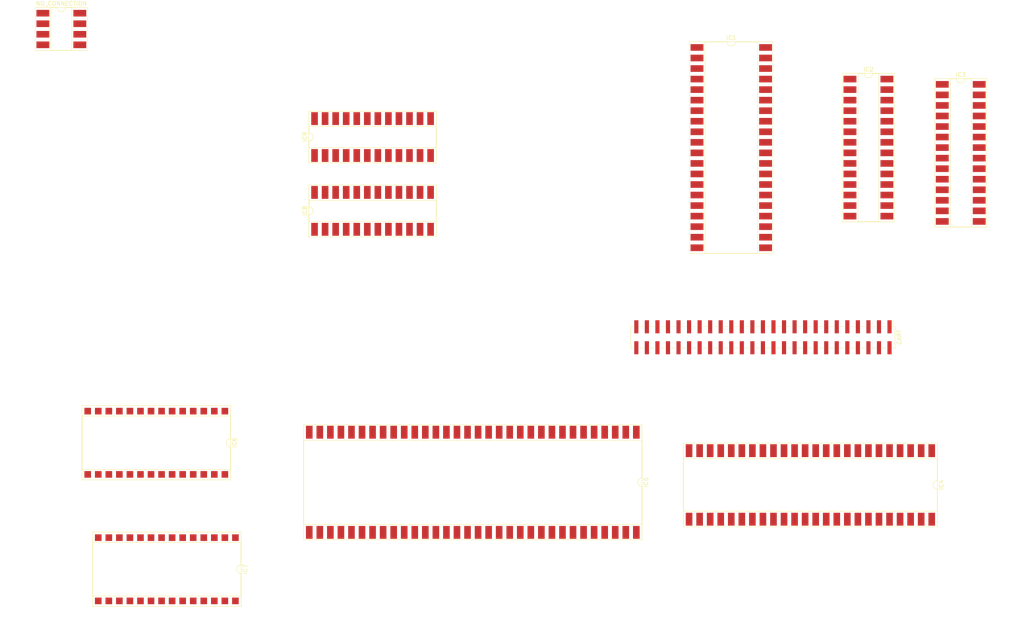
<source format=kicad_pcb>
(kicad_pcb (version 20221018) (generator pcbnew)
  (layers (0 "F.Cu" signal) (31 "B.Cu" signal) (34 "B.Paste" user) (35 "F.Paste" user) (36 "B.SilkS" user "B.Silkscreen") (37 "F.SilkS" user "F.Silkscreen") (38 "B.Mask" user) (39 "F.Mask" user) (44 "Edge.Cuts" user))
  (net 0 "")
  (net 1 "Net-10m7")
  (net 2 "Net-1dw")
  (net 3 "Net-1le")
  (net 4 "Net-1ltl")
  (net 5 "Net-1ri")
  (net 6 "Net-1th")
  (net 7 "Net-1tr")
  (net 8 "Net-1up")
  (net 9 "Net-2dw")
  (net 10 "Net-2le")
  (net 11 "Net-2ri")
  (net 12 "Net-2th")
  (net 13 "Net-2tl")
  (net 14 "Net-2tr")
  (net 15 "Net-2up")
  (net 16 "Net-53m")
  (net 17 "Net-_pal")
  (net 18 "Net-a0")
  (net 19 "Net-a1")
  (net 20 "Net-a10")
  (net 21 "Net-a11")
  (net 22 "Net-a12")
  (net 23 "Net-a13")
  (net 24 "Net-a14")
  (net 25 "Net-a15")
  (net 26 "Net-a2")
  (net 27 "Net-a3")
  (net 28 "Net-a4")
  (net 29 "Net-a5")
  (net 30 "Net-a6")
  (net 31 "Net-a7")
  (net 32 "Net-a8")
  (net 33 "Net-a9")
  (net 34 "Net-ad0")
  (net 35 "Net-ad1")
  (net 36 "Net-ad10")
  (net 37 "Net-ad11")
  (net 38 "Net-ad12")
  (net 39 "Net-ad13")
  (net 40 "Net-ad14")
  (net 41 "Net-ad15")
  (net 42 "Net-ad2")
  (net 43 "Net-ad3")
  (net 44 "Net-ad4")
  (net 45 "Net-ad5")
  (net 46 "Net-ad6")
  (net 47 "Net-ad7")
  (net 48 "Net-ad8")
  (net 49 "Net-ad9")
  (net 50 "Net-audio")
  (net 51 "Net-audioi")
  (net 52 "Net-audioo")
  (net 53 "Net-b")
  (net 54 "Net-bin")
  (net 55 "Net-bout")
  (net 56 "Net-busak")
  (net 57 "Net-busrg")
  (net 58 "Net-busrq")
  (net 59 "Net-cbt")
  (net 60 "Net-ce0")
  (net 61 "Net-ce1")
  (net 62 "Net-ce2")
  (net 63 "Net-ce3")
  (net 64 "Net-ce4")
  (net 65 "Net-ce_vram")
  (net 66 "Net-cin")
  (net 67 "Net-clk")
  (net 68 "Net-clock")
  (net 69 "Net-cont")
  (net 70 "Net-cont1")
  (net 71 "Net-cout")
  (net 72 "Net-csram")
  (net 73 "Net-d0")
  (net 74 "Net-d1")
  (net 75 "Net-d2")
  (net 76 "Net-d3")
  (net 77 "Net-d4")
  (net 78 "Net-d5")
  (net 79 "Net-d6")
  (net 80 "Net-d7")
  (net 81 "Net-exm1")
  (net 82 "Net-exm2")
  (net 83 "Net-g")
  (net 84 "Net-gin")
  (net 85 "Net-gnd")
  (net 86 "Net-gout")
  (net 87 "Net-halt")
  (net 88 "Net-hi_out")
  (net 89 "Net-hl")
  (net 90 "Net-int")
  (net 91 "Net-ioreq")
  (net 92 "Net-iorg")
  (net 93 "Net-iref")
  (net 94 "Net-kbsel")
  (net 95 "Net-killga")
  (net 96 "Net-m1")
  (net 97 "Net-mreq")
  (net 98 "Net-nmi")
  (net 99 "Net-nmi_in")
  (net 100 "Net-oe_vram")
  (net 101 "Net-pal")
  (net 102 "Net-palalt")
  (net 103 "Net-pause")
  (net 104 "Net-r")
  (net 105 "Net-rd")
  (net 106 "Net-refsh")
  (net 107 "Net-reset")
  (net 108 "Net-reset_in")
  (net 109 "Net-rfsh")
  (net 110 "Net-rin")
  (net 111 "Net-rout")
  (net 112 "Net-sc")
  (net 113 "Net-sync")
  (net 114 "Net-synci")
  (net 115 "Net-synco")
  (net 116 "Net-ti")
  (net 117 "Net-to")
  (net 118 "Net-vcc")
  (net 119 "Net-video")
  (net 120 "Net-vref")
  (net 121 "Net-wait")
  (net 122 "Net-we")
  (net 123 "Net-we0")
  (net 124 "Net-we1")
  (net 125 "Net-wr")
  (net 126 "Net-xin")
  (net 127 "Net-xout")
  (net 128 "Net-xtal2")
  (net 129 "Net-yin")
  (net 130 "Net-yout")
  (net 131 "Net-ys")
  (footprint "Package_DIP:DIP-8_W8.89mm_SMDSocket_LongPads" (layer "F.Cu") (at 26.67 27.305)
    (fp_text reference "NO_CONNECTION" (at 0 -6.14) (layer "F.SilkS"))
    (fp_text value "DIP-8_W8.89mm_SMDSocket_LongPads")
    (pad "1" smd rect (at -4.445 -3.81) (size 3.1 1.6) (layers "F.Cu" "F.Paste" "F.Mask"))
    (pad "2" smd rect (at -4.445 -1.27) (size 3.1 1.6) (layers "F.Cu" "F.Paste" "F.Mask"))
    (pad "3" smd rect (at -4.445 1.27) (size 3.1 1.6) (layers "F.Cu" "F.Paste" "F.Mask"))
    (pad "4" smd rect (at -4.445 3.81) (size 3.1 1.6) (layers "F.Cu" "F.Paste" "F.Mask"))
    (pad "5" smd rect (at 4.445 3.81) (size 3.1 1.6) (layers "F.Cu" "F.Paste" "F.Mask"))
    (pad "6" smd rect (at 4.445 1.27) (size 3.1 1.6) (layers "F.Cu" "F.Paste" "F.Mask"))
    (pad "7" smd rect (at 4.445 -1.27) (size 3.1 1.6) (layers "F.Cu" "F.Paste" "F.Mask"))
    (pad "8" smd rect (at 4.445 -3.81) (size 3.1 1.6) (layers "F.Cu" "F.Paste" "F.Mask"))
  )
  (footprint "Package_DIP:DIP-28_W8.89mm_SMDSocket_LongPads" (layer "F.Cu") (at 220.98 55.88)
    (fp_text reference "IC2" (at 0 -18.84) (layer "F.SilkS"))
    (fp_text value "DIP-28_W8.89mm_SMDSocket_LongPads")
    (pad "1" smd rect (net 125 "Net-wr") (at -4.445 -16.51) (size 3.1 1.6) (layers "F.Cu" "F.Paste" "F.Mask"))
    (pad "2" smd rect (net 22 "Net-a12") (at -4.445 -13.97) (size 3.1 1.6) (layers "F.Cu" "F.Paste" "F.Mask"))
    (pad "3" smd rect (net 31 "Net-a7") (at -4.445 -11.43) (size 3.1 1.6) (layers "F.Cu" "F.Paste" "F.Mask"))
    (pad "4" smd rect (net 30 "Net-a6") (at -4.445 -8.89) (size 3.1 1.6) (layers "F.Cu" "F.Paste" "F.Mask"))
    (pad "5" smd rect (net 29 "Net-a5") (at -4.445 -6.35) (size 3.1 1.6) (layers "F.Cu" "F.Paste" "F.Mask"))
    (pad "6" smd rect (net 28 "Net-a4") (at -4.445 -3.81) (size 3.1 1.6) (layers "F.Cu" "F.Paste" "F.Mask"))
    (pad "7" smd rect (net 27 "Net-a3") (at -4.445 -1.27) (size 3.1 1.6) (layers "F.Cu" "F.Paste" "F.Mask"))
    (pad "8" smd rect (net 26 "Net-a2") (at -4.445 1.27) (size 3.1 1.6) (layers "F.Cu" "F.Paste" "F.Mask"))
    (pad "9" smd rect (net 19 "Net-a1") (at -4.445 3.81) (size 3.1 1.6) (layers "F.Cu" "F.Paste" "F.Mask"))
    (pad "10" smd rect (net 18 "Net-a0") (at -4.445 6.35) (size 3.1 1.6) (layers "F.Cu" "F.Paste" "F.Mask"))
    (pad "11" smd rect (net 73 "Net-d0") (at -4.445 8.89) (size 3.1 1.6) (layers "F.Cu" "F.Paste" "F.Mask"))
    (pad "12" smd rect (net 74 "Net-d1") (at -4.445 11.43) (size 3.1 1.6) (layers "F.Cu" "F.Paste" "F.Mask"))
    (pad "13" smd rect (net 75 "Net-d2") (at -4.445 13.97) (size 3.1 1.6) (layers "F.Cu" "F.Paste" "F.Mask"))
    (pad "14" smd rect (net 85 "Net-gnd") (at -4.445 16.51) (size 3.1 1.6) (layers "F.Cu" "F.Paste" "F.Mask"))
    (pad "15" smd rect (net 76 "Net-d3") (at 4.445 16.51) (size 3.1 1.6) (layers "F.Cu" "F.Paste" "F.Mask"))
    (pad "16" smd rect (net 77 "Net-d4") (at 4.445 13.97) (size 3.1 1.6) (layers "F.Cu" "F.Paste" "F.Mask"))
    (pad "17" smd rect (net 78 "Net-d5") (at 4.445 11.43) (size 3.1 1.6) (layers "F.Cu" "F.Paste" "F.Mask"))
    (pad "18" smd rect (net 79 "Net-d6") (at 4.445 8.89) (size 3.1 1.6) (layers "F.Cu" "F.Paste" "F.Mask"))
    (pad "19" smd rect (net 80 "Net-d7") (at 4.445 6.35) (size 3.1 1.6) (layers "F.Cu" "F.Paste" "F.Mask"))
    (pad "20" smd rect (net 97 "Net-mreq") (at 4.445 3.81) (size 3.1 1.6) (layers "F.Cu" "F.Paste" "F.Mask"))
    (pad "21" smd rect (net 20 "Net-a10") (at 4.445 1.27) (size 3.1 1.6) (layers "F.Cu" "F.Paste" "F.Mask"))
    (pad "22" smd rect (net 82 "Net-exm2") (at 4.445 -1.27) (size 3.1 1.6) (layers "F.Cu" "F.Paste" "F.Mask"))
    (pad "23" smd rect (net 21 "Net-a11") (at 4.445 -3.81) (size 3.1 1.6) (layers "F.Cu" "F.Paste" "F.Mask"))
    (pad "24" smd rect (net 33 "Net-a9") (at 4.445 -6.35) (size 3.1 1.6) (layers "F.Cu" "F.Paste" "F.Mask"))
    (pad "25" smd rect (net 32 "Net-a8") (at 4.445 -8.89) (size 3.1 1.6) (layers "F.Cu" "F.Paste" "F.Mask"))
    (pad "26" smd rect (net 23 "Net-a13") (at 4.445 -11.43) (size 3.1 1.6) (layers "F.Cu" "F.Paste" "F.Mask"))
    (pad "27" smd rect (net 24 "Net-a14") (at 4.445 -13.97) (size 3.1 1.6) (layers "F.Cu" "F.Paste" "F.Mask"))
    (pad "28" smd rect (net 118 "Net-vcc") (at 4.445 -16.51) (size 3.1 1.6) (layers "F.Cu" "F.Paste" "F.Mask"))
  )
  (footprint "Package_DIP:DIP-28_W8.89mm_SMDSocket_LongPads" (layer "F.Cu") (at 243.205 57.15)
    (fp_text reference "IC3" (at 0 -18.84) (layer "F.SilkS"))
    (fp_text value "DIP-28_W8.89mm_SMDSocket_LongPads")
    (pad "1" smd rect (net 109 "Net-rfsh") (at -4.445 -16.51) (size 3.1 1.6) (layers "F.Cu" "F.Paste" "F.Mask"))
    (pad "2" smd rect (net 22 "Net-a12") (at -4.445 -13.97) (size 3.1 1.6) (layers "F.Cu" "F.Paste" "F.Mask"))
    (pad "3" smd rect (net 31 "Net-a7") (at -4.445 -11.43) (size 3.1 1.6) (layers "F.Cu" "F.Paste" "F.Mask"))
    (pad "4" smd rect (net 30 "Net-a6") (at -4.445 -8.89) (size 3.1 1.6) (layers "F.Cu" "F.Paste" "F.Mask"))
    (pad "5" smd rect (net 29 "Net-a5") (at -4.445 -6.35) (size 3.1 1.6) (layers "F.Cu" "F.Paste" "F.Mask"))
    (pad "6" smd rect (net 28 "Net-a4") (at -4.445 -3.81) (size 3.1 1.6) (layers "F.Cu" "F.Paste" "F.Mask"))
    (pad "7" smd rect (net 27 "Net-a3") (at -4.445 -1.27) (size 3.1 1.6) (layers "F.Cu" "F.Paste" "F.Mask"))
    (pad "8" smd rect (net 26 "Net-a2") (at -4.445 1.27) (size 3.1 1.6) (layers "F.Cu" "F.Paste" "F.Mask"))
    (pad "9" smd rect (net 19 "Net-a1") (at -4.445 3.81) (size 3.1 1.6) (layers "F.Cu" "F.Paste" "F.Mask"))
    (pad "10" smd rect (net 18 "Net-a0") (at -4.445 6.35) (size 3.1 1.6) (layers "F.Cu" "F.Paste" "F.Mask"))
    (pad "11" smd rect (net 73 "Net-d0") (at -4.445 8.89) (size 3.1 1.6) (layers "F.Cu" "F.Paste" "F.Mask"))
    (pad "12" smd rect (net 74 "Net-d1") (at -4.445 11.43) (size 3.1 1.6) (layers "F.Cu" "F.Paste" "F.Mask"))
    (pad "13" smd rect (net 75 "Net-d2") (at -4.445 13.97) (size 3.1 1.6) (layers "F.Cu" "F.Paste" "F.Mask"))
    (pad "14" smd rect (net 85 "Net-gnd") (at -4.445 16.51) (size 3.1 1.6) (layers "F.Cu" "F.Paste" "F.Mask"))
    (pad "15" smd rect (net 76 "Net-d3") (at 4.445 16.51) (size 3.1 1.6) (layers "F.Cu" "F.Paste" "F.Mask"))
    (pad "16" smd rect (net 77 "Net-d4") (at 4.445 13.97) (size 3.1 1.6) (layers "F.Cu" "F.Paste" "F.Mask"))
    (pad "17" smd rect (net 78 "Net-d5") (at 4.445 11.43) (size 3.1 1.6) (layers "F.Cu" "F.Paste" "F.Mask"))
    (pad "18" smd rect (net 79 "Net-d6") (at 4.445 8.89) (size 3.1 1.6) (layers "F.Cu" "F.Paste" "F.Mask"))
    (pad "19" smd rect (net 80 "Net-d7") (at 4.445 6.35) (size 3.1 1.6) (layers "F.Cu" "F.Paste" "F.Mask"))
    (pad "20" smd rect (net 61 "Net-ce1") (at 4.445 3.81) (size 3.1 1.6) (layers "F.Cu" "F.Paste" "F.Mask"))
    (pad "21" smd rect (net 20 "Net-a10") (at 4.445 1.27) (size 3.1 1.6) (layers "F.Cu" "F.Paste" "F.Mask"))
    (pad "22" smd rect (net 125 "Net-wr") (at 4.445 -1.27) (size 3.1 1.6) (layers "F.Cu" "F.Paste" "F.Mask"))
    (pad "23" smd rect (net 21 "Net-a11") (at 4.445 -3.81) (size 3.1 1.6) (layers "F.Cu" "F.Paste" "F.Mask"))
    (pad "24" smd rect (net 33 "Net-a9") (at 4.445 -6.35) (size 3.1 1.6) (layers "F.Cu" "F.Paste" "F.Mask"))
    (pad "25" smd rect (net 32 "Net-a8") (at 4.445 -8.89) (size 3.1 1.6) (layers "F.Cu" "F.Paste" "F.Mask"))
    (pad "26" smd rect (net 118 "Net-vcc") (at 4.445 -11.43) (size 3.1 1.6) (layers "F.Cu" "F.Paste" "F.Mask"))
    (pad "27" smd rect (net 122 "Net-we") (at 4.445 -13.97) (size 3.1 1.6) (layers "F.Cu" "F.Paste" "F.Mask"))
    (pad "28" smd rect (net 118 "Net-vcc") (at 4.445 -16.51) (size 3.1 1.6) (layers "F.Cu" "F.Paste" "F.Mask"))
  )
  (footprint "Package_DIP:DIP-24_W8.89mm_SMDSocket_LongPads" (layer "F.Cu") (at 101.6 71.12 90)
    (fp_text reference "IC8" (at 0 -16.3 90) (layer "F.SilkS"))
    (fp_text value "DIP-24_W8.89mm_SMDSocket_LongPads")
    (pad "1" smd rect (at -4.445 -13.97 90) (size 3.1 1.6) (layers "F.Cu" "F.Paste" "F.Mask"))
    (pad "2" smd rect (net 110 "Net-rin") (at -4.445 -11.43 90) (size 3.1 1.6) (layers "F.Cu" "F.Paste" "F.Mask"))
    (pad "3" smd rect (net 84 "Net-gin") (at -4.445 -8.89 90) (size 3.1 1.6) (layers "F.Cu" "F.Paste" "F.Mask"))
    (pad "4" smd rect (net 54 "Net-bin") (at -4.445 -6.35 90) (size 3.1 1.6) (layers "F.Cu" "F.Paste" "F.Mask"))
    (pad "5" smd rect (net 127 "Net-xout") (at -4.445 -3.81 90) (size 3.1 1.6) (layers "F.Cu" "F.Paste" "F.Mask"))
    (pad "6" smd rect (net 126 "Net-xin") (at -4.445 -1.27 90) (size 3.1 1.6) (layers "F.Cu" "F.Paste" "F.Mask"))
    (pad "7" smd rect (net 17 "Net-_pal") (at -4.445 1.27 90) (size 3.1 1.6) (layers "F.Cu" "F.Paste" "F.Mask"))
    (pad "8" smd rect (net 51 "Net-audioi") (at -4.445 3.81 90) (size 3.1 1.6) (layers "F.Cu" "F.Paste" "F.Mask"))
    (pad "9" smd rect (net 52 "Net-audioo") (at -4.445 6.35 90) (size 3.1 1.6) (layers "F.Cu" "F.Paste" "F.Mask"))
    (pad "10" smd rect (net 114 "Net-synci") (at -4.445 8.89 90) (size 3.1 1.6) (layers "F.Cu" "F.Paste" "F.Mask"))
    (pad "11" smd rect (net 115 "Net-synco") (at -4.445 11.43 90) (size 3.1 1.6) (layers "F.Cu" "F.Paste" "F.Mask"))
    (pad "12" smd rect (at -4.445 13.97 90) (size 3.1 1.6) (layers "F.Cu" "F.Paste" "F.Mask"))
    (pad "13" smd rect (net 93 "Net-iref") (at 4.445 13.97 90) (size 3.1 1.6) (layers "F.Cu" "F.Paste" "F.Mask"))
    (pad "14" smd rect (net 120 "Net-vref") (at 4.445 11.43 90) (size 3.1 1.6) (layers "F.Cu" "F.Paste" "F.Mask"))
    (pad "15" smd rect (net 71 "Net-cout") (at 4.445 8.89 90) (size 3.1 1.6) (layers "F.Cu" "F.Paste" "F.Mask"))
    (pad "16" smd rect (net 130 "Net-yout") (at 4.445 6.35 90) (size 3.1 1.6) (layers "F.Cu" "F.Paste" "F.Mask"))
    (pad "17" smd rect (net 66 "Net-cin") (at 4.445 3.81 90) (size 3.1 1.6) (layers "F.Cu" "F.Paste" "F.Mask"))
    (pad "18" smd rect (net 129 "Net-yin") (at 4.445 1.27 90) (size 3.1 1.6) (layers "F.Cu" "F.Paste" "F.Mask"))
    (pad "19" smd rect (at 4.445 -1.27 90) (size 3.1 1.6) (layers "F.Cu" "F.Paste" "F.Mask"))
    (pad "20" smd rect (net 119 "Net-video") (at 4.445 -3.81 90) (size 3.1 1.6) (layers "F.Cu" "F.Paste" "F.Mask"))
    (pad "21" smd rect (net 55 "Net-bout") (at 4.445 -6.35 90) (size 3.1 1.6) (layers "F.Cu" "F.Paste" "F.Mask"))
    (pad "22" smd rect (net 86 "Net-gout") (at 4.445 -8.89 90) (size 3.1 1.6) (layers "F.Cu" "F.Paste" "F.Mask"))
    (pad "23" smd rect (net 111 "Net-rout") (at 4.445 -11.43 90) (size 3.1 1.6) (layers "F.Cu" "F.Paste" "F.Mask"))
    (pad "24" smd rect (at 4.445 -13.97 90) (size 3.1 1.6) (layers "F.Cu" "F.Paste" "F.Mask"))
  )
  (footprint "Package_DIP:DIP-24_W8.89mm_SMDSocket_LongPads" (layer "F.Cu") (at 101.6 53.34 90)
    (fp_text reference "IC9" (at 0 -16.3 90) (layer "F.SilkS"))
    (fp_text value "DIP-24_W8.89mm_SMDSocket_LongPads")
    (pad "1" smd rect (at -4.445 -13.97 90) (size 3.1 1.6) (layers "F.Cu" "F.Paste" "F.Mask"))
    (pad "2" smd rect (at -4.445 -11.43 90) (size 3.1 1.6) (layers "F.Cu" "F.Paste" "F.Mask"))
    (pad "3" smd rect (at -4.445 -8.89 90) (size 3.1 1.6) (layers "F.Cu" "F.Paste" "F.Mask"))
    (pad "4" smd rect (at -4.445 -6.35 90) (size 3.1 1.6) (layers "F.Cu" "F.Paste" "F.Mask"))
    (pad "5" smd rect (at -4.445 -3.81 90) (size 3.1 1.6) (layers "F.Cu" "F.Paste" "F.Mask"))
    (pad "6" smd rect (at -4.445 -1.27 90) (size 3.1 1.6) (layers "F.Cu" "F.Paste" "F.Mask"))
    (pad "7" smd rect (at -4.445 1.27 90) (size 3.1 1.6) (layers "F.Cu" "F.Paste" "F.Mask"))
    (pad "8" smd rect (at -4.445 3.81 90) (size 3.1 1.6) (layers "F.Cu" "F.Paste" "F.Mask"))
    (pad "9" smd rect (at -4.445 6.35 90) (size 3.1 1.6) (layers "F.Cu" "F.Paste" "F.Mask"))
    (pad "10" smd rect (at -4.445 8.89 90) (size 3.1 1.6) (layers "F.Cu" "F.Paste" "F.Mask"))
    (pad "11" smd rect (at -4.445 11.43 90) (size 3.1 1.6) (layers "F.Cu" "F.Paste" "F.Mask"))
    (pad "12" smd rect (at -4.445 13.97 90) (size 3.1 1.6) (layers "F.Cu" "F.Paste" "F.Mask"))
    (pad "13" smd rect (at 4.445 13.97 90) (size 3.1 1.6) (layers "F.Cu" "F.Paste" "F.Mask"))
    (pad "14" smd rect (at 4.445 11.43 90) (size 3.1 1.6) (layers "F.Cu" "F.Paste" "F.Mask"))
    (pad "15" smd rect (at 4.445 8.89 90) (size 3.1 1.6) (layers "F.Cu" "F.Paste" "F.Mask"))
    (pad "16" smd rect (at 4.445 6.35 90) (size 3.1 1.6) (layers "F.Cu" "F.Paste" "F.Mask"))
    (pad "17" smd rect (at 4.445 3.81 90) (size 3.1 1.6) (layers "F.Cu" "F.Paste" "F.Mask"))
    (pad "18" smd rect (at 4.445 1.27 90) (size 3.1 1.6) (layers "F.Cu" "F.Paste" "F.Mask"))
    (pad "19" smd rect (at 4.445 -1.27 90) (size 3.1 1.6) (layers "F.Cu" "F.Paste" "F.Mask"))
    (pad "20" smd rect (at 4.445 -3.81 90) (size 3.1 1.6) (layers "F.Cu" "F.Paste" "F.Mask"))
    (pad "21" smd rect (at 4.445 -6.35 90) (size 3.1 1.6) (layers "F.Cu" "F.Paste" "F.Mask"))
    (pad "22" smd rect (at 4.445 -8.89 90) (size 3.1 1.6) (layers "F.Cu" "F.Paste" "F.Mask"))
    (pad "23" smd rect (at 4.445 -11.43 90) (size 3.1 1.6) (layers "F.Cu" "F.Paste" "F.Mask"))
    (pad "24" smd rect (at 4.445 -13.97 90) (size 3.1 1.6) (layers "F.Cu" "F.Paste" "F.Mask"))
  )
  (footprint "Package_DIP:DIP-28_W15.24mm_SMDSocket_SmallPads" (layer "F.Cu") (at 52.07 157.48 -90)
    (fp_text reference "IC7" (at 0 -18.84 90) (layer "F.SilkS"))
    (fp_text value "DIP-28_W15.24mm_SMDSocket_SmallPads")
    (pad "1" smd rect (net 118 "Net-vcc") (at -7.62 -16.51 270) (size 1.6 1.6) (layers "F.Cu" "F.Paste" "F.Mask"))
    (pad "2" smd rect (net 38 "Net-ad12") (at -7.62 -13.97 270) (size 1.6 1.6) (layers "F.Cu" "F.Paste" "F.Mask"))
    (pad "3" smd rect (net 47 "Net-ad7") (at -7.62 -11.43 270) (size 1.6 1.6) (layers "F.Cu" "F.Paste" "F.Mask"))
    (pad "4" smd rect (net 46 "Net-ad6") (at -7.62 -8.89 270) (size 1.6 1.6) (layers "F.Cu" "F.Paste" "F.Mask"))
    (pad "5" smd rect (net 45 "Net-ad5") (at -7.62 -6.35 270) (size 1.6 1.6) (layers "F.Cu" "F.Paste" "F.Mask"))
    (pad "6" smd rect (net 44 "Net-ad4") (at -7.62 -3.81 270) (size 1.6 1.6) (layers "F.Cu" "F.Paste" "F.Mask"))
    (pad "7" smd rect (net 43 "Net-ad3") (at -7.62 -1.27 270) (size 1.6 1.6) (layers "F.Cu" "F.Paste" "F.Mask"))
    (pad "8" smd rect (net 42 "Net-ad2") (at -7.62 1.27 270) (size 1.6 1.6) (layers "F.Cu" "F.Paste" "F.Mask"))
    (pad "9" smd rect (net 35 "Net-ad1") (at -7.62 3.81 270) (size 1.6 1.6) (layers "F.Cu" "F.Paste" "F.Mask"))
    (pad "10" smd rect (net 34 "Net-ad0") (at -7.62 6.35 270) (size 1.6 1.6) (layers "F.Cu" "F.Paste" "F.Mask"))
    (pad "11" smd rect (net 48 "Net-ad8") (at -7.62 8.89 270) (size 1.6 1.6) (layers "F.Cu" "F.Paste" "F.Mask"))
    (pad "12" smd rect (net 49 "Net-ad9") (at -7.62 11.43 270) (size 1.6 1.6) (layers "F.Cu" "F.Paste" "F.Mask"))
    (pad "13" smd rect (net 36 "Net-ad10") (at -7.62 13.97 270) (size 1.6 1.6) (layers "F.Cu" "F.Paste" "F.Mask"))
    (pad "14" smd rect (net 85 "Net-gnd") (at -7.62 16.51 270) (size 1.6 1.6) (layers "F.Cu" "F.Paste" "F.Mask"))
    (pad "15" smd rect (net 37 "Net-ad11") (at 7.62 16.51 270) (size 1.6 1.6) (layers "F.Cu" "F.Paste" "F.Mask"))
    (pad "16" smd rect (net 38 "Net-ad12") (at 7.62 13.97 270) (size 1.6 1.6) (layers "F.Cu" "F.Paste" "F.Mask"))
    (pad "17" smd rect (net 39 "Net-ad13") (at 7.62 11.43 270) (size 1.6 1.6) (layers "F.Cu" "F.Paste" "F.Mask"))
    (pad "18" smd rect (net 40 "Net-ad14") (at 7.62 8.89 270) (size 1.6 1.6) (layers "F.Cu" "F.Paste" "F.Mask"))
    (pad "19" smd rect (net 41 "Net-ad15") (at 7.62 6.35 270) (size 1.6 1.6) (layers "F.Cu" "F.Paste" "F.Mask"))
    (pad "20" smd rect (net 65 "Net-ce_vram") (at 7.62 3.81 270) (size 1.6 1.6) (layers "F.Cu" "F.Paste" "F.Mask"))
    (pad "21" smd rect (net 36 "Net-ad10") (at 7.62 1.27 270) (size 1.6 1.6) (layers "F.Cu" "F.Paste" "F.Mask"))
    (pad "22" smd rect (net 100 "Net-oe_vram") (at 7.62 -1.27 270) (size 1.6 1.6) (layers "F.Cu" "F.Paste" "F.Mask"))
    (pad "23" smd rect (net 37 "Net-ad11") (at 7.62 -3.81 270) (size 1.6 1.6) (layers "F.Cu" "F.Paste" "F.Mask"))
    (pad "24" smd rect (net 49 "Net-ad9") (at 7.62 -6.35 270) (size 1.6 1.6) (layers "F.Cu" "F.Paste" "F.Mask"))
    (pad "25" smd rect (net 48 "Net-ad8") (at 7.62 -8.89 270) (size 1.6 1.6) (layers "F.Cu" "F.Paste" "F.Mask"))
    (pad "26" smd rect (net 118 "Net-vcc") (at 7.62 -11.43 270) (size 1.6 1.6) (layers "F.Cu" "F.Paste" "F.Mask"))
    (pad "27" smd rect (net 124 "Net-we1") (at 7.62 -13.97 270) (size 1.6 1.6) (layers "F.Cu" "F.Paste" "F.Mask"))
    (pad "28" smd rect (net 118 "Net-vcc") (at 7.62 -16.51 270) (size 1.6 1.6) (layers "F.Cu" "F.Paste" "F.Mask"))
  )
  (footprint "Package_DIP:DIP-40_W16.51mm_SMDSocket_LongPads" (layer "F.Cu") (at 187.96 55.88)
    (fp_text reference "IC1" (at 0 -26.46) (layer "F.SilkS"))
    (fp_text value "DIP-40_W16.51mm_SMDSocket_LongPads")
    (pad "1" smd rect (net 21 "Net-a11") (at -8.255 -24.13) (size 3.1 1.6) (layers "F.Cu" "F.Paste" "F.Mask"))
    (pad "2" smd rect (net 22 "Net-a12") (at -8.255 -21.59) (size 3.1 1.6) (layers "F.Cu" "F.Paste" "F.Mask"))
    (pad "3" smd rect (net 23 "Net-a13") (at -8.255 -19.05) (size 3.1 1.6) (layers "F.Cu" "F.Paste" "F.Mask"))
    (pad "4" smd rect (net 24 "Net-a14") (at -8.255 -16.51) (size 3.1 1.6) (layers "F.Cu" "F.Paste" "F.Mask"))
    (pad "5" smd rect (net 25 "Net-a15") (at -8.255 -13.97) (size 3.1 1.6) (layers "F.Cu" "F.Paste" "F.Mask"))
    (pad "6" smd rect (net 67 "Net-clk") (at -8.255 -11.43) (size 3.1 1.6) (layers "F.Cu" "F.Paste" "F.Mask"))
    (pad "7" smd rect (net 77 "Net-d4") (at -8.255 -8.89) (size 3.1 1.6) (layers "F.Cu" "F.Paste" "F.Mask"))
    (pad "8" smd rect (net 76 "Net-d3") (at -8.255 -6.35) (size 3.1 1.6) (layers "F.Cu" "F.Paste" "F.Mask"))
    (pad "9" smd rect (net 78 "Net-d5") (at -8.255 -3.81) (size 3.1 1.6) (layers "F.Cu" "F.Paste" "F.Mask"))
    (pad "10" smd rect (net 79 "Net-d6") (at -8.255 -1.27) (size 3.1 1.6) (layers "F.Cu" "F.Paste" "F.Mask"))
    (pad "11" smd rect (net 118 "Net-vcc") (at -8.255 1.27) (size 3.1 1.6) (layers "F.Cu" "F.Paste" "F.Mask"))
    (pad "12" smd rect (net 75 "Net-d2") (at -8.255 3.81) (size 3.1 1.6) (layers "F.Cu" "F.Paste" "F.Mask"))
    (pad "13" smd rect (net 80 "Net-d7") (at -8.255 6.35) (size 3.1 1.6) (layers "F.Cu" "F.Paste" "F.Mask"))
    (pad "14" smd rect (net 73 "Net-d0") (at -8.255 8.89) (size 3.1 1.6) (layers "F.Cu" "F.Paste" "F.Mask"))
    (pad "15" smd rect (net 74 "Net-d1") (at -8.255 11.43) (size 3.1 1.6) (layers "F.Cu" "F.Paste" "F.Mask"))
    (pad "16" smd rect (net 90 "Net-int") (at -8.255 13.97) (size 3.1 1.6) (layers "F.Cu" "F.Paste" "F.Mask"))
    (pad "17" smd rect (net 98 "Net-nmi") (at -8.255 16.51) (size 3.1 1.6) (layers "F.Cu" "F.Paste" "F.Mask"))
    (pad "18" smd rect (net 87 "Net-halt") (at -8.255 19.05) (size 3.1 1.6) (layers "F.Cu" "F.Paste" "F.Mask"))
    (pad "19" smd rect (net 97 "Net-mreq") (at -8.255 21.59) (size 3.1 1.6) (layers "F.Cu" "F.Paste" "F.Mask"))
    (pad "20" smd rect (net 92 "Net-iorg") (at -8.255 24.13) (size 3.1 1.6) (layers "F.Cu" "F.Paste" "F.Mask"))
    (pad "21" smd rect (net 105 "Net-rd") (at 8.255 24.13) (size 3.1 1.6) (layers "F.Cu" "F.Paste" "F.Mask"))
    (pad "22" smd rect (net 125 "Net-wr") (at 8.255 21.59) (size 3.1 1.6) (layers "F.Cu" "F.Paste" "F.Mask"))
    (pad "23" smd rect (net 56 "Net-busak") (at 8.255 19.05) (size 3.1 1.6) (layers "F.Cu" "F.Paste" "F.Mask"))
    (pad "24" smd rect (net 121 "Net-wait") (at 8.255 16.51) (size 3.1 1.6) (layers "F.Cu" "F.Paste" "F.Mask"))
    (pad "25" smd rect (net 57 "Net-busrg") (at 8.255 13.97) (size 3.1 1.6) (layers "F.Cu" "F.Paste" "F.Mask"))
    (pad "26" smd rect (net 107 "Net-reset") (at 8.255 11.43) (size 3.1 1.6) (layers "F.Cu" "F.Paste" "F.Mask"))
    (pad "27" smd rect (net 96 "Net-m1") (at 8.255 8.89) (size 3.1 1.6) (layers "F.Cu" "F.Paste" "F.Mask"))
    (pad "28" smd rect (net 106 "Net-refsh") (at 8.255 6.35) (size 3.1 1.6) (layers "F.Cu" "F.Paste" "F.Mask"))
    (pad "29" smd rect (net 85 "Net-gnd") (at 8.255 3.81) (size 3.1 1.6) (layers "F.Cu" "F.Paste" "F.Mask"))
    (pad "30" smd rect (net 18 "Net-a0") (at 8.255 1.27) (size 3.1 1.6) (layers "F.Cu" "F.Paste" "F.Mask"))
    (pad "31" smd rect (net 19 "Net-a1") (at 8.255 -1.27) (size 3.1 1.6) (layers "F.Cu" "F.Paste" "F.Mask"))
    (pad "32" smd rect (net 26 "Net-a2") (at 8.255 -3.81) (size 3.1 1.6) (layers "F.Cu" "F.Paste" "F.Mask"))
    (pad "33" smd rect (net 27 "Net-a3") (at 8.255 -6.35) (size 3.1 1.6) (layers "F.Cu" "F.Paste" "F.Mask"))
    (pad "34" smd rect (net 28 "Net-a4") (at 8.255 -8.89) (size 3.1 1.6) (layers "F.Cu" "F.Paste" "F.Mask"))
    (pad "35" smd rect (net 29 "Net-a5") (at 8.255 -11.43) (size 3.1 1.6) (layers "F.Cu" "F.Paste" "F.Mask"))
    (pad "36" smd rect (net 30 "Net-a6") (at 8.255 -13.97) (size 3.1 1.6) (layers "F.Cu" "F.Paste" "F.Mask"))
    (pad "37" smd rect (net 31 "Net-a7") (at 8.255 -16.51) (size 3.1 1.6) (layers "F.Cu" "F.Paste" "F.Mask"))
    (pad "38" smd rect (net 32 "Net-a8") (at 8.255 -19.05) (size 3.1 1.6) (layers "F.Cu" "F.Paste" "F.Mask"))
    (pad "39" smd rect (net 33 "Net-a9") (at 8.255 -21.59) (size 3.1 1.6) (layers "F.Cu" "F.Paste" "F.Mask"))
    (pad "40" smd rect (net 20 "Net-a10") (at 8.255 -24.13) (size 3.1 1.6) (layers "F.Cu" "F.Paste" "F.Mask"))
  )
  (footprint "Package_DIP:DIP-48_W16.51mm_SMDSocket_LongPads" (layer "F.Cu") (at 207.01 137.16 -90)
    (fp_text reference "IC4" (at 0 -31.54 90) (layer "F.SilkS"))
    (fp_text value "DIP-48_W16.51mm_SMDSocket_LongPads")
    (pad "1" smd rect (net 95 "Net-killga") (at -8.255 -29.21 270) (size 3.1 1.6) (layers "F.Cu" "F.Paste" "F.Mask"))
    (pad "2" smd rect (net 18 "Net-a0") (at -8.255 -26.67 270) (size 3.1 1.6) (layers "F.Cu" "F.Paste" "F.Mask"))
    (pad "3" smd rect (net 30 "Net-a6") (at -8.255 -24.13 270) (size 3.1 1.6) (layers "F.Cu" "F.Paste" "F.Mask"))
    (pad "4" smd rect (net 31 "Net-a7") (at -8.255 -21.59 270) (size 3.1 1.6) (layers "F.Cu" "F.Paste" "F.Mask"))
    (pad "5" smd rect (net 125 "Net-wr") (at -8.255 -19.05 270) (size 3.1 1.6) (layers "F.Cu" "F.Paste" "F.Mask"))
    (pad "6" smd rect (net 105 "Net-rd") (at -8.255 -16.51 270) (size 3.1 1.6) (layers "F.Cu" "F.Paste" "F.Mask"))
    (pad "7" smd rect (net 91 "Net-ioreq") (at -8.255 -13.97 270) (size 3.1 1.6) (layers "F.Cu" "F.Paste" "F.Mask"))
    (pad "8" smd rect (net 97 "Net-mreq") (at -8.255 -11.43 270) (size 3.1 1.6) (layers "F.Cu" "F.Paste" "F.Mask"))
    (pad "9" smd rect (net 72 "Net-csram") (at -8.255 -8.89 270) (size 3.1 1.6) (layers "F.Cu" "F.Paste" "F.Mask"))
    (pad "10" smd rect (net 8 "Net-1up") (at -8.255 -6.35 270) (size 3.1 1.6) (layers "F.Cu" "F.Paste" "F.Mask"))
    (pad "11" smd rect (net 2 "Net-1dw") (at -8.255 -3.81 270) (size 3.1 1.6) (layers "F.Cu" "F.Paste" "F.Mask"))
    (pad "12" smd rect (net 3 "Net-1le") (at -8.255 -1.27 270) (size 3.1 1.6) (layers "F.Cu" "F.Paste" "F.Mask"))
    (pad "13" smd rect (net 5 "Net-1ri") (at -8.255 1.27 270) (size 3.1 1.6) (layers "F.Cu" "F.Paste" "F.Mask"))
    (pad "14" smd rect (net 4 "Net-1ltl") (at -8.255 3.81 270) (size 3.1 1.6) (layers "F.Cu" "F.Paste" "F.Mask"))
    (pad "15" smd rect (net 15 "Net-2up") (at -8.255 6.35 270) (size 3.1 1.6) (layers "F.Cu" "F.Paste" "F.Mask"))
    (pad "16" smd rect (net 9 "Net-2dw") (at -8.255 8.89 270) (size 3.1 1.6) (layers "F.Cu" "F.Paste" "F.Mask"))
    (pad "17" smd rect (net 10 "Net-2le") (at -8.255 11.43 270) (size 3.1 1.6) (layers "F.Cu" "F.Paste" "F.Mask"))
    (pad "18" smd rect (net 11 "Net-2ri") (at -8.255 13.97 270) (size 3.1 1.6) (layers "F.Cu" "F.Paste" "F.Mask"))
    (pad "19" smd rect (net 13 "Net-2tl") (at -8.255 16.51 270) (size 3.1 1.6) (layers "F.Cu" "F.Paste" "F.Mask"))
    (pad "20" smd rect (net 7 "Net-1tr") (at -8.255 19.05 270) (size 3.1 1.6) (layers "F.Cu" "F.Paste" "F.Mask"))
    (pad "21" smd rect (net 6 "Net-1th") (at -8.255 21.59 270) (size 3.1 1.6) (layers "F.Cu" "F.Paste" "F.Mask"))
    (pad "22" smd rect (net 14 "Net-2tr") (at -8.255 24.13 270) (size 3.1 1.6) (layers "F.Cu" "F.Paste" "F.Mask"))
    (pad "23" smd rect (net 12 "Net-2th") (at -8.255 26.67 270) (size 3.1 1.6) (layers "F.Cu" "F.Paste" "F.Mask"))
    (pad "24" smd rect (net 85 "Net-gnd") (at -8.255 29.21 270) (size 3.1 1.6) (layers "F.Cu" "F.Paste" "F.Mask"))
    (pad "25" smd rect (net 80 "Net-d7") (at 8.255 29.21 270) (size 3.1 1.6) (layers "F.Cu" "F.Paste" "F.Mask"))
    (pad "26" smd rect (net 79 "Net-d6") (at 8.255 26.67 270) (size 3.1 1.6) (layers "F.Cu" "F.Paste" "F.Mask"))
    (pad "27" smd rect (net 78 "Net-d5") (at 8.255 24.13 270) (size 3.1 1.6) (layers "F.Cu" "F.Paste" "F.Mask"))
    (pad "28" smd rect (net 77 "Net-d4") (at 8.255 21.59 270) (size 3.1 1.6) (layers "F.Cu" "F.Paste" "F.Mask"))
    (pad "29" smd rect (net 76 "Net-d3") (at 8.255 19.05 270) (size 3.1 1.6) (layers "F.Cu" "F.Paste" "F.Mask"))
    (pad "30" smd rect (net 75 "Net-d2") (at 8.255 16.51 270) (size 3.1 1.6) (layers "F.Cu" "F.Paste" "F.Mask"))
    (pad "31" smd rect (net 74 "Net-d1") (at 8.255 13.97 270) (size 3.1 1.6) (layers "F.Cu" "F.Paste" "F.Mask"))
    (pad "32" smd rect (net 73 "Net-d0") (at 8.255 11.43 270) (size 3.1 1.6) (layers "F.Cu" "F.Paste" "F.Mask"))
    (pad "33" smd rect (net 70 "Net-cont1") (at 8.255 8.89 270) (size 3.1 1.6) (layers "F.Cu" "F.Paste" "F.Mask"))
    (pad "34" smd rect (net 89 "Net-hl") (at 8.255 6.35 270) (size 3.1 1.6) (layers "F.Cu" "F.Paste" "F.Mask"))
    (pad "35" smd rect (net 64 "Net-ce4") (at 8.255 3.81 270) (size 3.1 1.6) (layers "F.Cu" "F.Paste" "F.Mask"))
    (pad "36" smd rect (net 63 "Net-ce3") (at 8.255 1.27 270) (size 3.1 1.6) (layers "F.Cu" "F.Paste" "F.Mask"))
    (pad "37" smd rect (net 62 "Net-ce2") (at 8.255 -1.27 270) (size 3.1 1.6) (layers "F.Cu" "F.Paste" "F.Mask"))
    (pad "38" smd rect (net 61 "Net-ce1") (at 8.255 -3.81 270) (size 3.1 1.6) (layers "F.Cu" "F.Paste" "F.Mask"))
    (pad "39" smd rect (net 60 "Net-ce0") (at 8.255 -6.35 270) (size 3.1 1.6) (layers "F.Cu" "F.Paste" "F.Mask"))
    (pad "40" smd rect (net 85 "Net-gnd") (at 8.255 -8.89 270) (size 3.1 1.6) (layers "F.Cu" "F.Paste" "F.Mask"))
    (pad "41" smd rect (net 1 "Net-10m7") (at 8.255 -11.43 270) (size 3.1 1.6) (layers "F.Cu" "F.Paste" "F.Mask"))
    (pad "42" smd rect (net 112 "Net-sc") (at 8.255 -13.97 270) (size 3.1 1.6) (layers "F.Cu" "F.Paste" "F.Mask"))
    (pad "43" smd rect (net 16 "Net-53m") (at 8.255 -16.51 270) (size 3.1 1.6) (layers "F.Cu" "F.Paste" "F.Mask"))
    (pad "44" smd rect (net 102 "Net-palalt") (at 8.255 -19.05 270) (size 3.1 1.6) (layers "F.Cu" "F.Paste" "F.Mask"))
    (pad "45" smd rect (net 113 "Net-sync") (at 8.255 -21.59 270) (size 3.1 1.6) (layers "F.Cu" "F.Paste" "F.Mask"))
    (pad "46" smd rect (net 107 "Net-reset") (at 8.255 -24.13 270) (size 3.1 1.6) (layers "F.Cu" "F.Paste" "F.Mask"))
    (pad "47" smd rect (net 108 "Net-reset_in") (at 8.255 -26.67 270) (size 3.1 1.6) (layers "F.Cu" "F.Paste" "F.Mask"))
    (pad "48" smd rect (net 118 "Net-vcc") (at 8.255 -29.21 270) (size 3.1 1.6) (layers "F.Cu" "F.Paste" "F.Mask"))
  )
  (footprint "Package_DIP:DIP-28_W15.24mm_SMDSocket_SmallPads" (layer "F.Cu") (at 49.53 127 -90)
    (fp_text reference "IC6" (at 0 -18.84 90) (layer "F.SilkS"))
    (fp_text value "DIP-28_W15.24mm_SMDSocket_SmallPads")
    (pad "1" smd rect (net 118 "Net-vcc") (at -7.62 -16.51 270) (size 1.6 1.6) (layers "F.Cu" "F.Paste" "F.Mask"))
    (pad "2" smd rect (net 38 "Net-ad12") (at -7.62 -13.97 270) (size 1.6 1.6) (layers "F.Cu" "F.Paste" "F.Mask"))
    (pad "3" smd rect (net 47 "Net-ad7") (at -7.62 -11.43 270) (size 1.6 1.6) (layers "F.Cu" "F.Paste" "F.Mask"))
    (pad "4" smd rect (net 46 "Net-ad6") (at -7.62 -8.89 270) (size 1.6 1.6) (layers "F.Cu" "F.Paste" "F.Mask"))
    (pad "5" smd rect (net 45 "Net-ad5") (at -7.62 -6.35 270) (size 1.6 1.6) (layers "F.Cu" "F.Paste" "F.Mask"))
    (pad "6" smd rect (net 44 "Net-ad4") (at -7.62 -3.81 270) (size 1.6 1.6) (layers "F.Cu" "F.Paste" "F.Mask"))
    (pad "7" smd rect (net 43 "Net-ad3") (at -7.62 -1.27 270) (size 1.6 1.6) (layers "F.Cu" "F.Paste" "F.Mask"))
    (pad "8" smd rect (net 42 "Net-ad2") (at -7.62 1.27 270) (size 1.6 1.6) (layers "F.Cu" "F.Paste" "F.Mask"))
    (pad "9" smd rect (net 35 "Net-ad1") (at -7.62 3.81 270) (size 1.6 1.6) (layers "F.Cu" "F.Paste" "F.Mask"))
    (pad "10" smd rect (net 34 "Net-ad0") (at -7.62 6.35 270) (size 1.6 1.6) (layers "F.Cu" "F.Paste" "F.Mask"))
    (pad "11" smd rect (net 34 "Net-ad0") (at -7.62 8.89 270) (size 1.6 1.6) (layers "F.Cu" "F.Paste" "F.Mask"))
    (pad "12" smd rect (net 35 "Net-ad1") (at -7.62 11.43 270) (size 1.6 1.6) (layers "F.Cu" "F.Paste" "F.Mask"))
    (pad "13" smd rect (net 42 "Net-ad2") (at -7.62 13.97 270) (size 1.6 1.6) (layers "F.Cu" "F.Paste" "F.Mask"))
    (pad "14" smd rect (net 85 "Net-gnd") (at -7.62 16.51 270) (size 1.6 1.6) (layers "F.Cu" "F.Paste" "F.Mask"))
    (pad "15" smd rect (net 43 "Net-ad3") (at 7.62 16.51 270) (size 1.6 1.6) (layers "F.Cu" "F.Paste" "F.Mask"))
    (pad "16" smd rect (net 44 "Net-ad4") (at 7.62 13.97 270) (size 1.6 1.6) (layers "F.Cu" "F.Paste" "F.Mask"))
    (pad "17" smd rect (net 45 "Net-ad5") (at 7.62 11.43 270) (size 1.6 1.6) (layers "F.Cu" "F.Paste" "F.Mask"))
    (pad "18" smd rect (net 46 "Net-ad6") (at 7.62 8.89 270) (size 1.6 1.6) (layers "F.Cu" "F.Paste" "F.Mask"))
    (pad "19" smd rect (net 47 "Net-ad7") (at 7.62 6.35 270) (size 1.6 1.6) (layers "F.Cu" "F.Paste" "F.Mask"))
    (pad "20" smd rect (net 65 "Net-ce_vram") (at 7.62 3.81 270) (size 1.6 1.6) (layers "F.Cu" "F.Paste" "F.Mask"))
    (pad "21" smd rect (net 36 "Net-ad10") (at 7.62 1.27 270) (size 1.6 1.6) (layers "F.Cu" "F.Paste" "F.Mask"))
    (pad "22" smd rect (net 100 "Net-oe_vram") (at 7.62 -1.27 270) (size 1.6 1.6) (layers "F.Cu" "F.Paste" "F.Mask"))
    (pad "23" smd rect (net 37 "Net-ad11") (at 7.62 -3.81 270) (size 1.6 1.6) (layers "F.Cu" "F.Paste" "F.Mask"))
    (pad "24" smd rect (net 49 "Net-ad9") (at 7.62 -6.35 270) (size 1.6 1.6) (layers "F.Cu" "F.Paste" "F.Mask"))
    (pad "25" smd rect (net 48 "Net-ad8") (at 7.62 -8.89 270) (size 1.6 1.6) (layers "F.Cu" "F.Paste" "F.Mask"))
    (pad "26" smd rect (net 118 "Net-vcc") (at 7.62 -11.43 270) (size 1.6 1.6) (layers "F.Cu" "F.Paste" "F.Mask"))
    (pad "27" smd rect (net 123 "Net-we0") (at 7.62 -13.97 270) (size 1.6 1.6) (layers "F.Cu" "F.Paste" "F.Mask"))
    (pad "28" smd rect (net 118 "Net-vcc") (at 7.62 -16.51 270) (size 1.6 1.6) (layers "F.Cu" "F.Paste" "F.Mask"))
  )
  (footprint "Package_DIP:DIP-64_W24.13mm_SMDSocket_LongPads" (layer "F.Cu") (at 125.73 136.525 -90)
    (fp_text reference "IC5" (at 0 -41.7 90) (layer "F.SilkS"))
    (fp_text value "DIP-64_W24.13mm_SMDSocket_LongPads")
    (pad "1" smd rect (net 73 "Net-d0") (at -12.065 -39.37 270) (size 3.1 1.6) (layers "F.Cu" "F.Paste" "F.Mask"))
    (pad "2" smd rect (net 74 "Net-d1") (at -12.065 -36.83 270) (size 3.1 1.6) (layers "F.Cu" "F.Paste" "F.Mask"))
    (pad "3" smd rect (net 75 "Net-d2") (at -12.065 -34.29 270) (size 3.1 1.6) (layers "F.Cu" "F.Paste" "F.Mask"))
    (pad "4" smd rect (net 76 "Net-d3") (at -12.065 -31.75 270) (size 3.1 1.6) (layers "F.Cu" "F.Paste" "F.Mask"))
    (pad "5" smd rect (net 77 "Net-d4") (at -12.065 -29.21 270) (size 3.1 1.6) (layers "F.Cu" "F.Paste" "F.Mask"))
    (pad "6" smd rect (net 78 "Net-d5") (at -12.065 -26.67 270) (size 3.1 1.6) (layers "F.Cu" "F.Paste" "F.Mask"))
    (pad "7" smd rect (net 79 "Net-d6") (at -12.065 -24.13 270) (size 3.1 1.6) (layers "F.Cu" "F.Paste" "F.Mask"))
    (pad "8" smd rect (net 80 "Net-d7") (at -12.065 -21.59 270) (size 3.1 1.6) (layers "F.Cu" "F.Paste" "F.Mask"))
    (pad "9" smd rect (net 94 "Net-kbsel") (at -12.065 -19.05 270) (size 3.1 1.6) (layers "F.Cu" "F.Paste" "F.Mask"))
    (pad "10" smd rect (net 72 "Net-csram") (at -12.065 -16.51 270) (size 3.1 1.6) (layers "F.Cu" "F.Paste" "F.Mask"))
    (pad "11" smd rect (net 81 "Net-exm1") (at -12.065 -13.97 270) (size 3.1 1.6) (layers "F.Cu" "F.Paste" "F.Mask"))
    (pad "12" smd rect (net 82 "Net-exm2") (at -12.065 -11.43 270) (size 3.1 1.6) (layers "F.Cu" "F.Paste" "F.Mask"))
    (pad "13" smd rect (net 24 "Net-a14") (at -12.065 -8.89 270) (size 3.1 1.6) (layers "F.Cu" "F.Paste" "F.Mask"))
    (pad "14" smd rect (net 116 "Net-ti") (at -12.065 -6.35 270) (size 3.1 1.6) (layers "F.Cu" "F.Paste" "F.Mask"))
    (pad "15" smd rect (net 50 "Net-audio") (at -12.065 -3.81 270) (size 3.1 1.6) (layers "F.Cu" "F.Paste" "F.Mask"))
    (pad "16" smd rect (net 117 "Net-to") (at -12.065 -1.27 270) (size 3.1 1.6) (layers "F.Cu" "F.Paste" "F.Mask"))
    (pad "17" smd rect (net 118 "Net-vcc") (at -12.065 1.27 270) (size 3.1 1.6) (layers "F.Cu" "F.Paste" "F.Mask"))
    (pad "18" smd rect (net 85 "Net-gnd") (at -12.065 3.81 270) (size 3.1 1.6) (layers "F.Cu" "F.Paste" "F.Mask"))
    (pad "19" smd rect (net 25 "Net-a15") (at -12.065 6.35 270) (size 3.1 1.6) (layers "F.Cu" "F.Paste" "F.Mask"))
    (pad "20" smd rect (net 97 "Net-mreq") (at -12.065 8.89 270) (size 3.1 1.6) (layers "F.Cu" "F.Paste" "F.Mask"))
    (pad "21" smd rect (net 99 "Net-nmi_in") (at -12.065 11.43 270) (size 3.1 1.6) (layers "F.Cu" "F.Paste" "F.Mask"))
    (pad "22" smd rect (net 99 "Net-nmi_in") (at -12.065 13.97 270) (size 3.1 1.6) (layers "F.Cu" "F.Paste" "F.Mask"))
    (pad "23" smd rect (net 107 "Net-reset") (at -12.065 16.51 270) (size 3.1 1.6) (layers "F.Cu" "F.Paste" "F.Mask"))
    (pad "24" smd rect (net 89 "Net-hl") (at -12.065 19.05 270) (size 3.1 1.6) (layers "F.Cu" "F.Paste" "F.Mask"))
    (pad "25" smd rect (net 59 "Net-cbt") (at -12.065 21.59 270) (size 3.1 1.6) (layers "F.Cu" "F.Paste" "F.Mask"))
    (pad "26" smd rect (net 88 "Net-hi_out") (at -12.065 24.13 270) (size 3.1 1.6) (layers "F.Cu" "F.Paste" "F.Mask"))
    (pad "27" smd rect (net 104 "Net-r") (at -12.065 26.67 270) (size 3.1 1.6) (layers "F.Cu" "F.Paste" "F.Mask"))
    (pad "28" smd rect (net 83 "Net-g") (at -12.065 29.21 270) (size 3.1 1.6) (layers "F.Cu" "F.Paste" "F.Mask"))
    (pad "29" smd rect (net 53 "Net-b") (at -12.065 31.75 270) (size 3.1 1.6) (layers "F.Cu" "F.Paste" "F.Mask"))
    (pad "30" smd rect (net 113 "Net-sync") (at -12.065 34.29 270) (size 3.1 1.6) (layers "F.Cu" "F.Paste" "F.Mask"))
    (pad "31" smd rect (net 131 "Net-ys") (at -12.065 36.83 270) (size 3.1 1.6) (layers "F.Cu" "F.Paste" "F.Mask"))
    (pad "32" smd rect (net 85 "Net-gnd") (at -12.065 39.37 270) (size 3.1 1.6) (layers "F.Cu" "F.Paste" "F.Mask"))
    (pad "33" smd rect (net 68 "Net-clock") (at 12.065 39.37 270) (size 3.1 1.6) (layers "F.Cu" "F.Paste" "F.Mask"))
    (pad "34" smd rect (net 128 "Net-xtal2") (at 12.065 36.83 270) (size 3.1 1.6) (layers "F.Cu" "F.Paste" "F.Mask"))
    (pad "35" smd rect (net 1 "Net-10m7") (at 12.065 34.29 270) (size 3.1 1.6) (layers "F.Cu" "F.Paste" "F.Mask"))
    (pad "36" smd rect (net 124 "Net-we1") (at 12.065 31.75 270) (size 3.1 1.6) (layers "F.Cu" "F.Paste" "F.Mask"))
    (pad "37" smd rect (net 123 "Net-we0") (at 12.065 29.21 270) (size 3.1 1.6) (layers "F.Cu" "F.Paste" "F.Mask"))
    (pad "38" smd rect (net 100 "Net-oe_vram") (at 12.065 26.67 270) (size 3.1 1.6) (layers "F.Cu" "F.Paste" "F.Mask"))
    (pad "39" smd rect (net 65 "Net-ce_vram") (at 12.065 24.13 270) (size 3.1 1.6) (layers "F.Cu" "F.Paste" "F.Mask"))
    (pad "40" smd rect (net 118 "Net-vcc") (at 12.065 21.59 270) (size 3.1 1.6) (layers "F.Cu" "F.Paste" "F.Mask"))
    (pad "41" smd rect (net 34 "Net-ad0") (at 12.065 19.05 270) (size 3.1 1.6) (layers "F.Cu" "F.Paste" "F.Mask"))
    (pad "42" smd rect (net 35 "Net-ad1") (at 12.065 16.51 270) (size 3.1 1.6) (layers "F.Cu" "F.Paste" "F.Mask"))
    (pad "43" smd rect (net 42 "Net-ad2") (at 12.065 13.97 270) (size 3.1 1.6) (layers "F.Cu" "F.Paste" "F.Mask"))
    (pad "44" smd rect (net 43 "Net-ad3") (at 12.065 11.43 270) (size 3.1 1.6) (layers "F.Cu" "F.Paste" "F.Mask"))
    (pad "45" smd rect (net 44 "Net-ad4") (at 12.065 8.89 270) (size 3.1 1.6) (layers "F.Cu" "F.Paste" "F.Mask"))
    (pad "46" smd rect (net 45 "Net-ad5") (at 12.065 6.35 270) (size 3.1 1.6) (layers "F.Cu" "F.Paste" "F.Mask"))
    (pad "47" smd rect (net 46 "Net-ad6") (at 12.065 3.81 270) (size 3.1 1.6) (layers "F.Cu" "F.Paste" "F.Mask"))
    (pad "48" smd rect (net 47 "Net-ad7") (at 12.065 1.27 270) (size 3.1 1.6) (layers "F.Cu" "F.Paste" "F.Mask"))
    (pad "49" smd rect (net 48 "Net-ad8") (at 12.065 -1.27 270) (size 3.1 1.6) (layers "F.Cu" "F.Paste" "F.Mask"))
    (pad "50" smd rect (net 49 "Net-ad9") (at 12.065 -3.81 270) (size 3.1 1.6) (layers "F.Cu" "F.Paste" "F.Mask"))
    (pad "51" smd rect (net 36 "Net-ad10") (at 12.065 -6.35 270) (size 3.1 1.6) (layers "F.Cu" "F.Paste" "F.Mask"))
    (pad "52" smd rect (net 37 "Net-ad11") (at 12.065 -8.89 270) (size 3.1 1.6) (layers "F.Cu" "F.Paste" "F.Mask"))
    (pad "53" smd rect (net 38 "Net-ad12") (at 12.065 -11.43 270) (size 3.1 1.6) (layers "F.Cu" "F.Paste" "F.Mask"))
    (pad "54" smd rect (net 39 "Net-ad13") (at 12.065 -13.97 270) (size 3.1 1.6) (layers "F.Cu" "F.Paste" "F.Mask"))
    (pad "55" smd rect (net 40 "Net-ad14") (at 12.065 -16.51 270) (size 3.1 1.6) (layers "F.Cu" "F.Paste" "F.Mask"))
    (pad "56" smd rect (net 41 "Net-ad15") (at 12.065 -19.05 270) (size 3.1 1.6) (layers "F.Cu" "F.Paste" "F.Mask"))
    (pad "57" smd rect (net 101 "Net-pal") (at 12.065 -21.59 270) (size 3.1 1.6) (layers "F.Cu" "F.Paste" "F.Mask"))
    (pad "58" smd rect (net 105 "Net-rd") (at 12.065 -24.13 270) (size 3.1 1.6) (layers "F.Cu" "F.Paste" "F.Mask"))
    (pad "59" smd rect (net 125 "Net-wr") (at 12.065 -26.67 270) (size 3.1 1.6) (layers "F.Cu" "F.Paste" "F.Mask"))
    (pad "60" smd rect (net 91 "Net-ioreq") (at 12.065 -29.21 270) (size 3.1 1.6) (layers "F.Cu" "F.Paste" "F.Mask"))
    (pad "61" smd rect (net 18 "Net-a0") (at 12.065 -31.75 270) (size 3.1 1.6) (layers "F.Cu" "F.Paste" "F.Mask"))
    (pad "62" smd rect (net 30 "Net-a6") (at 12.065 -34.29 270) (size 3.1 1.6) (layers "F.Cu" "F.Paste" "F.Mask"))
    (pad "63" smd rect (net 31 "Net-a7") (at 12.065 -36.83 270) (size 3.1 1.6) (layers "F.Cu" "F.Paste" "F.Mask"))
    (pad "64" smd rect (net 90 "Net-int") (at 12.065 -39.37 270) (size 3.1 1.6) (layers "F.Cu" "F.Paste" "F.Mask"))
  )
  (footprint "Connector_PinHeader_2.54mm:PinHeader_2x25_P2.54mm_Vertical_SMD" (layer "F.Cu") (at 195.58 101.585 -90)
    (fp_text reference "CART" (at 0 -32.81 90) (layer "F.SilkS"))
    (fp_text value "PinHeader_2x25_P2.54mm_Vertical_SMD")
    (pad "1" smd rect (net 118 "Net-vcc") (at -2.525 -30.48 270) (size 3.15 1) (layers "F.Cu" "F.Paste" "F.Mask"))
    (pad "2" smd rect (net 125 "Net-wr") (at 2.525 -30.48 270) (size 3.15 1) (layers "F.Cu" "F.Paste" "F.Mask"))
    (pad "3" smd rect (net 97 "Net-mreq") (at -2.525 -27.94 270) (size 3.15 1) (layers "F.Cu" "F.Paste" "F.Mask"))
    (pad "4" smd rect (net 105 "Net-rd") (at 2.525 -27.94 270) (size 3.15 1) (layers "F.Cu" "F.Paste" "F.Mask"))
    (pad "5" smd rect (net 81 "Net-exm1") (at -2.525 -25.4 270) (size 3.15 1) (layers "F.Cu" "F.Paste" "F.Mask"))
    (pad "6" smd rect (net 24 "Net-a14") (at 2.525 -25.4 270) (size 3.15 1) (layers "F.Cu" "F.Paste" "F.Mask"))
    (pad "7" smd rect (net 23 "Net-a13") (at -2.525 -22.86 270) (size 3.15 1) (layers "F.Cu" "F.Paste" "F.Mask"))
    (pad "8" smd rect (net 32 "Net-a8") (at 2.525 -22.86 270) (size 3.15 1) (layers "F.Cu" "F.Paste" "F.Mask"))
    (pad "9" smd rect (net 33 "Net-a9") (at -2.525 -20.32 270) (size 3.15 1) (layers "F.Cu" "F.Paste" "F.Mask"))
    (pad "10" smd rect (net 21 "Net-a11") (at 2.525 -20.32 270) (size 3.15 1) (layers "F.Cu" "F.Paste" "F.Mask"))
    (pad "11" smd rect (net 82 "Net-exm2") (at -2.525 -17.78 270) (size 3.15 1) (layers "F.Cu" "F.Paste" "F.Mask"))
    (pad "12" smd rect (net 20 "Net-a10") (at 2.525 -17.78 270) (size 3.15 1) (layers "F.Cu" "F.Paste" "F.Mask"))
    (pad "13" smd rect (net 63 "Net-ce3") (at -2.525 -15.24 270) (size 3.15 1) (layers "F.Cu" "F.Paste" "F.Mask"))
    (pad "14" smd rect (net 80 "Net-d7") (at 2.525 -15.24 270) (size 3.15 1) (layers "F.Cu" "F.Paste" "F.Mask"))
    (pad "15" smd rect (net 79 "Net-d6") (at -2.525 -12.7 270) (size 3.15 1) (layers "F.Cu" "F.Paste" "F.Mask"))
    (pad "16" smd rect (net 78 "Net-d5") (at 2.525 -12.7 270) (size 3.15 1) (layers "F.Cu" "F.Paste" "F.Mask"))
    (pad "17" smd rect (net 77 "Net-d4") (at -2.525 -10.16 270) (size 3.15 1) (layers "F.Cu" "F.Paste" "F.Mask"))
    (pad "18" smd rect (net 76 "Net-d3") (at 2.525 -10.16 270) (size 3.15 1) (layers "F.Cu" "F.Paste" "F.Mask"))
    (pad "19" smd rect (net 85 "Net-gnd") (at -2.525 -7.62 270) (size 3.15 1) (layers "F.Cu" "F.Paste" "F.Mask"))
    (pad "20" smd rect (net 85 "Net-gnd") (at 2.525 -7.62 270) (size 3.15 1) (layers "F.Cu" "F.Paste" "F.Mask"))
    (pad "21" smd rect (net 85 "Net-gnd") (at -2.525 -5.08 270) (size 3.15 1) (layers "F.Cu" "F.Paste" "F.Mask"))
    (pad "22" smd rect (net 75 "Net-d2") (at 2.525 -5.08 270) (size 3.15 1) (layers "F.Cu" "F.Paste" "F.Mask"))
    (pad "23" smd rect (net 74 "Net-d1") (at -2.525 -2.54 270) (size 3.15 1) (layers "F.Cu" "F.Paste" "F.Mask"))
    (pad "24" smd rect (net 73 "Net-d0") (at 2.525 -2.54 270) (size 3.15 1) (layers "F.Cu" "F.Paste" "F.Mask"))
    (pad "25" smd rect (net 18 "Net-a0") (at -2.525 0 270) (size 3.15 1) (layers "F.Cu" "F.Paste" "F.Mask"))
    (pad "26" smd rect (net 19 "Net-a1") (at 2.525 0 270) (size 3.15 1) (layers "F.Cu" "F.Paste" "F.Mask"))
    (pad "27" smd rect (net 26 "Net-a2") (at -2.525 2.54 270) (size 3.15 1) (layers "F.Cu" "F.Paste" "F.Mask"))
    (pad "28" smd rect (net 27 "Net-a3") (at 2.525 2.54 270) (size 3.15 1) (layers "F.Cu" "F.Paste" "F.Mask"))
    (pad "29" smd rect (net 28 "Net-a4") (at -2.525 5.08 270) (size 3.15 1) (layers "F.Cu" "F.Paste" "F.Mask"))
    (pad "30" smd rect (net 29 "Net-a5") (at 2.525 5.08 270) (size 3.15 1) (layers "F.Cu" "F.Paste" "F.Mask"))
    (pad "31" smd rect (net 30 "Net-a6") (at -2.525 7.62 270) (size 3.15 1) (layers "F.Cu" "F.Paste" "F.Mask"))
    (pad "32" smd rect (net 31 "Net-a7") (at 2.525 7.62 270) (size 3.15 1) (layers "F.Cu" "F.Paste" "F.Mask"))
    (pad "33" smd rect (net 22 "Net-a12") (at -2.525 10.16 270) (size 3.15 1) (layers "F.Cu" "F.Paste" "F.Mask"))
    (pad "34" smd rect (net 69 "Net-cont") (at 2.525 10.16 270) (size 3.15 1) (layers "F.Cu" "F.Paste" "F.Mask"))
    (pad "35" smd rect (net 118 "Net-vcc") (at -2.525 12.7 270) (size 3.15 1) (layers "F.Cu" "F.Paste" "F.Mask"))
    (pad "36" smd rect (net 25 "Net-a15") (at 2.525 12.7 270) (size 3.15 1) (layers "F.Cu" "F.Paste" "F.Mask"))
    (pad "37" smd rect (net 96 "Net-m1") (at -2.525 15.24 270) (size 3.15 1) (layers "F.Cu" "F.Paste" "F.Mask"))
    (pad "38" smd rect (net 91 "Net-ioreq") (at 2.525 15.24 270) (size 3.15 1) (layers "F.Cu" "F.Paste" "F.Mask"))
    (pad "39" smd rect (net 106 "Net-refsh") (at -2.525 17.78 270) (size 3.15 1) (layers "F.Cu" "F.Paste" "F.Mask"))
    (pad "40" smd rect (net 87 "Net-halt") (at 2.525 17.78 270) (size 3.15 1) (layers "F.Cu" "F.Paste" "F.Mask"))
    (pad "41" smd rect (net 121 "Net-wait") (at -2.525 20.32 270) (size 3.15 1) (layers "F.Cu" "F.Paste" "F.Mask"))
    (pad "42" smd rect (net 90 "Net-int") (at 2.525 20.32 270) (size 3.15 1) (layers "F.Cu" "F.Paste" "F.Mask"))
    (pad "43" smd rect (net 95 "Net-killga") (at -2.525 22.86 270) (size 3.15 1) (layers "F.Cu" "F.Paste" "F.Mask"))
    (pad "44" smd rect (net 58 "Net-busrq") (at 2.525 22.86 270) (size 3.15 1) (layers "F.Cu" "F.Paste" "F.Mask"))
    (pad "45" smd rect (net 56 "Net-busak") (at -2.525 25.4 270) (size 3.15 1) (layers "F.Cu" "F.Paste" "F.Mask"))
    (pad "46" smd rect (net 107 "Net-reset") (at 2.525 25.4 270) (size 3.15 1) (layers "F.Cu" "F.Paste" "F.Mask"))
    (pad "47" smd rect (net 68 "Net-clock") (at -2.525 27.94 270) (size 3.15 1) (layers "F.Cu" "F.Paste" "F.Mask"))
    (pad "48" smd rect (net 94 "Net-kbsel") (at 2.525 27.94 270) (size 3.15 1) (layers "F.Cu" "F.Paste" "F.Mask"))
    (pad "49" smd rect (net 72 "Net-csram") (at -2.525 30.48 270) (size 3.15 1) (layers "F.Cu" "F.Paste" "F.Mask"))
    (pad "50" smd rect (net 103 "Net-pause") (at 2.525 30.48 270) (size 3.15 1) (layers "F.Cu" "F.Paste" "F.Mask"))
  )
)
</source>
